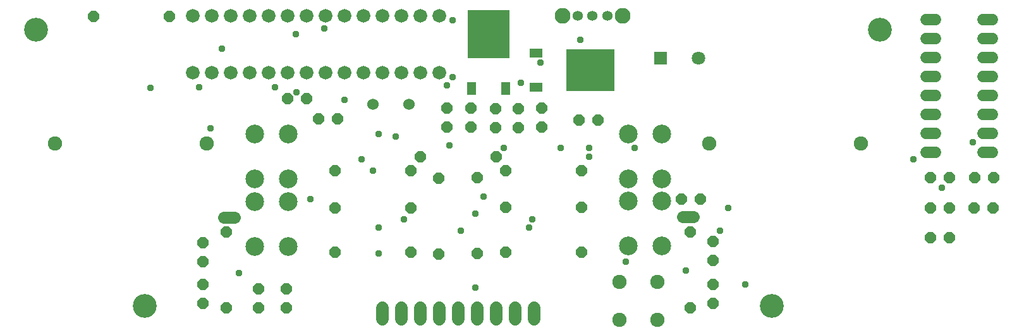
<source format=gts>
G04 EAGLE Gerber RS-274X export*
G75*
%MOMM*%
%FSLAX34Y34*%
%LPD*%
%INTop Solder Mask*%
%IPPOS*%
%AMOC8*
5,1,8,0,0,1.08239X$1,22.5*%
G01*
%ADD10C,3.203200*%
%ADD11P,1.649562X8X112.500000*%
%ADD12P,1.649562X8X292.500000*%
%ADD13P,1.649562X8X202.500000*%
%ADD14C,2.503200*%
%ADD15C,1.803200*%
%ADD16R,1.803200X1.803200*%
%ADD17R,5.603200X6.403200*%
%ADD18R,1.203200X1.803200*%
%ADD19P,1.649562X8X22.500000*%
%ADD20C,1.917700*%
%ADD21C,1.727200*%
%ADD22C,1.828800*%
%ADD23C,2.108200*%
%ADD24C,1.361200*%
%ADD25C,1.524000*%
%ADD26R,6.403200X5.603200*%
%ADD27R,1.803200X1.203200*%
%ADD28C,1.611200*%
%ADD29C,1.524000*%
%ADD30C,0.959600*%


D10*
X-420000Y40000D03*
X-565000Y410000D03*
X420000Y40000D03*
X565000Y410000D03*
D11*
X-341800Y43400D03*
X-341800Y68800D03*
D12*
X341400Y68800D03*
X341400Y43400D03*
D13*
X324100Y182800D03*
X298700Y182800D03*
D11*
X-341600Y99300D03*
X-341600Y124700D03*
X-229800Y37500D03*
X-229800Y62900D03*
X-267100Y37700D03*
X-267100Y63100D03*
X341400Y101200D03*
X341400Y126600D03*
D14*
X-272700Y119800D03*
X-227700Y119800D03*
X-272700Y179800D03*
X-227700Y179800D03*
X228000Y120400D03*
X273000Y120400D03*
X228000Y180400D03*
X273000Y180400D03*
X227800Y210400D03*
X272800Y210400D03*
X227800Y270400D03*
X272800Y270400D03*
X-272400Y210400D03*
X-227400Y210400D03*
X-272400Y270400D03*
X-227400Y270400D03*
D15*
X322200Y371600D03*
D16*
X271400Y371600D03*
D17*
X40700Y404500D03*
D18*
X17900Y331500D03*
X63500Y331500D03*
D13*
X-161300Y290300D03*
X-186700Y290300D03*
D19*
X162100Y289100D03*
X187500Y289100D03*
D20*
X266900Y21400D03*
X216100Y21400D03*
X216100Y72200D03*
X266900Y72200D03*
D11*
X-26200Y109900D03*
X-26200Y211500D03*
X25500Y110400D03*
X25500Y212000D03*
D13*
X-63700Y112000D03*
X-165300Y112000D03*
X165300Y172000D03*
X63700Y172000D03*
X165300Y112000D03*
X63700Y112000D03*
X-63700Y171200D03*
X-165300Y171200D03*
D19*
X-165300Y221200D03*
X-63700Y221200D03*
D13*
X165300Y221200D03*
X63700Y221200D03*
D21*
X-101600Y37320D02*
X-101600Y22080D01*
X-76200Y22080D02*
X-76200Y37320D01*
X-50800Y37320D02*
X-50800Y22080D01*
X-25400Y22080D02*
X-25400Y37320D01*
X0Y37320D02*
X0Y22080D01*
X25400Y22080D02*
X25400Y37320D01*
X50800Y37320D02*
X50800Y22080D01*
X76200Y22080D02*
X76200Y37320D01*
X101600Y37320D02*
X101600Y22080D01*
D22*
X-355300Y352800D03*
X-329900Y352800D03*
X-304500Y352800D03*
X-279100Y352800D03*
X-253700Y352800D03*
X-228300Y352800D03*
X-202900Y352800D03*
X-177500Y352800D03*
X-152100Y352800D03*
X-126700Y352800D03*
X-101300Y352800D03*
X-75900Y352800D03*
X-50500Y352800D03*
X-25100Y352800D03*
X-25100Y429000D03*
X-50500Y429000D03*
X-75900Y429000D03*
X-101300Y429000D03*
X-126700Y429000D03*
X-152100Y429000D03*
X-177500Y429000D03*
X-202900Y429000D03*
X-228300Y429000D03*
X-253700Y429000D03*
X-279100Y429000D03*
X-304500Y429000D03*
X-329900Y429000D03*
X-355300Y429000D03*
D23*
X140000Y429000D03*
D24*
X160000Y429000D03*
X180000Y429000D03*
X200000Y429000D03*
D23*
X220000Y429000D03*
D12*
X50100Y304600D03*
X50100Y279200D03*
X80800Y304400D03*
X80800Y279000D03*
D20*
X-336500Y257500D03*
X-539700Y257500D03*
X336500Y257500D03*
X539700Y257500D03*
D13*
X-386700Y427500D03*
X-488300Y427500D03*
D25*
X702596Y245800D02*
X715804Y245800D01*
X715804Y271200D02*
X702596Y271200D01*
X702596Y398200D02*
X715804Y398200D01*
X715804Y423600D02*
X702596Y423600D01*
X702596Y296600D02*
X715804Y296600D01*
X715804Y322000D02*
X702596Y322000D01*
X702596Y372800D02*
X715804Y372800D01*
X715804Y347400D02*
X702596Y347400D01*
X639604Y423600D02*
X626396Y423600D01*
X626396Y398200D02*
X639604Y398200D01*
X639604Y372800D02*
X626396Y372800D01*
X626396Y347400D02*
X639604Y347400D01*
X639604Y322000D02*
X626396Y322000D01*
X626396Y296600D02*
X639604Y296600D01*
X639604Y271200D02*
X626396Y271200D01*
X626396Y245800D02*
X639604Y245800D01*
D26*
X177400Y355600D03*
D27*
X104400Y378400D03*
X104400Y332800D03*
D12*
X111600Y304800D03*
X111600Y279400D03*
D13*
X657700Y211600D03*
X632300Y211600D03*
X716900Y211600D03*
X691500Y211600D03*
D19*
X632500Y171500D03*
X657900Y171500D03*
D13*
X716700Y171500D03*
X691300Y171500D03*
D19*
X632500Y131400D03*
X657900Y131400D03*
D12*
X310600Y139100D03*
X310600Y37500D03*
X-310600Y139200D03*
X-310600Y37600D03*
D28*
X-314040Y158400D02*
X-299960Y158400D01*
X300960Y159200D02*
X315040Y159200D01*
D19*
X-228600Y317500D03*
X-203200Y317500D03*
X-50800Y240000D03*
X50800Y240000D03*
D29*
X-114130Y310000D03*
X-65870Y310000D03*
D11*
X17500Y279300D03*
X17500Y304700D03*
X-15000Y279300D03*
X-15000Y304700D03*
D30*
X-217170Y403860D03*
X-7620Y346710D03*
X-216926Y325903D03*
X-245000Y333000D03*
X-346620Y333380D03*
X-412000Y332000D03*
X-106680Y110490D03*
X236220Y251460D03*
X175260Y251460D03*
X137160Y251460D03*
X60960Y251460D03*
X83820Y339090D03*
X110490Y365760D03*
X34290Y186690D03*
X175260Y240030D03*
X95250Y144780D03*
X-15240Y335280D03*
X-83820Y266700D03*
X-152400Y316230D03*
X609600Y236220D03*
X361950Y171450D03*
X-316230Y384810D03*
X-106680Y270510D03*
X-293370Y83820D03*
X350520Y140970D03*
X304800Y87630D03*
X224790Y99060D03*
X-129540Y236220D03*
X-114300Y220980D03*
X-11430Y255270D03*
X22860Y64770D03*
X647700Y198120D03*
X689610Y259080D03*
X384810Y68580D03*
X99060Y156210D03*
X22860Y163830D03*
X3810Y140970D03*
X-72390Y156210D03*
X-106680Y144780D03*
X-198120Y182880D03*
X-331470Y278130D03*
X163830Y396240D03*
X-7620Y422910D03*
X-179070Y411480D03*
M02*

</source>
